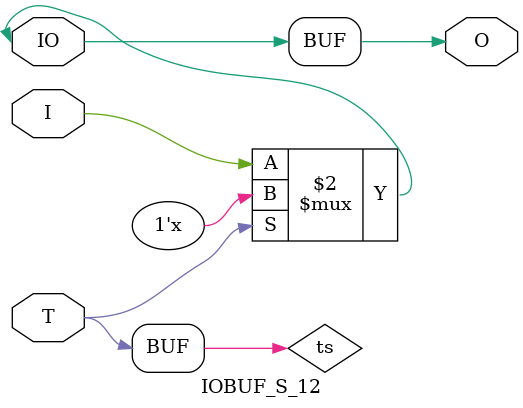
<source format=v>

/*

FUNCTION	: INPUT TRI-STATE OUTPUT BUFFER

*/

`celldefine
`timescale  100 ps / 10 ps

module IOBUF_S_12 (O, IO, I, T);

    output O;

    inout  IO;

    input  I, T;

    or O1 (ts, 1'b0, T);
    bufif0 T1 (IO, I, ts);

    buf B1 (O, IO);

endmodule

</source>
